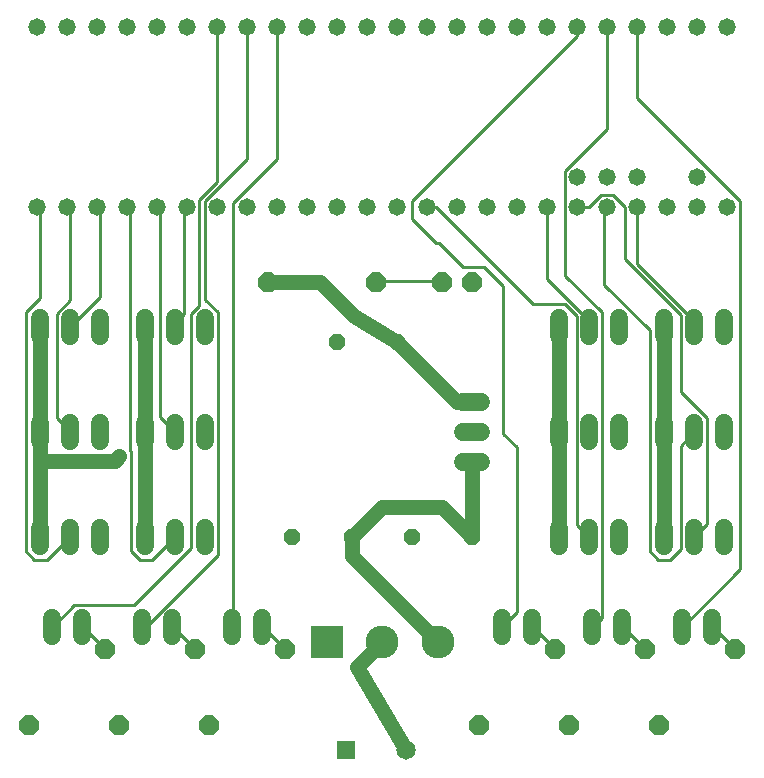
<source format=gbr>
G04 EAGLE Gerber RS-274X export*
G75*
%MOMM*%
%FSLAX34Y34*%
%LPD*%
%INTop Copper*%
%IPPOS*%
%AMOC8*
5,1,8,0,0,1.08239X$1,22.5*%
G01*
%ADD10C,1.524000*%
%ADD11C,1.473200*%
%ADD12P,1.429621X8X202.500000*%
%ADD13R,1.650000X1.650000*%
%ADD14C,1.650000*%
%ADD15P,1.814519X8X202.500000*%
%ADD16P,1.814519X8X22.500000*%
%ADD17P,1.814519X8X247.500000*%
%ADD18R,2.781300X2.781300*%
%ADD19C,2.781300*%
%ADD20C,0.254000*%
%ADD21C,1.270000*%
%ADD22C,0.756400*%


D10*
X27940Y43180D02*
X27940Y58420D01*
X53340Y58420D02*
X53340Y43180D01*
X78740Y43180D02*
X78740Y58420D01*
X556260Y58420D02*
X556260Y43180D01*
X581660Y43180D02*
X581660Y58420D01*
X607060Y58420D02*
X607060Y43180D01*
X556260Y132080D02*
X556260Y147320D01*
X581660Y147320D02*
X581660Y132080D01*
X607060Y132080D02*
X607060Y147320D01*
X556260Y220980D02*
X556260Y236220D01*
X581660Y236220D02*
X581660Y220980D01*
X607060Y220980D02*
X607060Y236220D01*
X27940Y147320D02*
X27940Y132080D01*
X53340Y132080D02*
X53340Y147320D01*
X78740Y147320D02*
X78740Y132080D01*
X27940Y220980D02*
X27940Y236220D01*
X53340Y236220D02*
X53340Y220980D01*
X78740Y220980D02*
X78740Y236220D01*
X116840Y58420D02*
X116840Y43180D01*
X142240Y43180D02*
X142240Y58420D01*
X167640Y58420D02*
X167640Y43180D01*
X116840Y132080D02*
X116840Y147320D01*
X142240Y147320D02*
X142240Y132080D01*
X167640Y132080D02*
X167640Y147320D01*
X116840Y220980D02*
X116840Y236220D01*
X142240Y236220D02*
X142240Y220980D01*
X167640Y220980D02*
X167640Y236220D01*
X467360Y58420D02*
X467360Y43180D01*
X492760Y43180D02*
X492760Y58420D01*
X518160Y58420D02*
X518160Y43180D01*
X467360Y132080D02*
X467360Y147320D01*
X492760Y147320D02*
X492760Y132080D01*
X518160Y132080D02*
X518160Y147320D01*
X467360Y220980D02*
X467360Y236220D01*
X492760Y236220D02*
X492760Y220980D01*
X518160Y220980D02*
X518160Y236220D01*
D11*
X558800Y482600D03*
X533400Y482600D03*
X508000Y482600D03*
X482600Y482600D03*
X457200Y482600D03*
X431800Y482600D03*
X406400Y482600D03*
X381000Y482600D03*
X355600Y482600D03*
X330200Y482600D03*
X304800Y482600D03*
X279400Y482600D03*
X279400Y330200D03*
X304800Y330200D03*
X330200Y330200D03*
X355600Y330200D03*
X381000Y330200D03*
X406400Y330200D03*
X431800Y330200D03*
X457200Y330200D03*
X482600Y330200D03*
X508000Y330200D03*
X533400Y330200D03*
X584200Y482600D03*
X558800Y330200D03*
X584200Y330200D03*
X609600Y482600D03*
X609600Y330200D03*
X254000Y482600D03*
X254000Y330200D03*
X228600Y482600D03*
X203200Y482600D03*
X177800Y482600D03*
X152400Y482600D03*
X127000Y482600D03*
X101600Y482600D03*
X76200Y482600D03*
X50800Y482600D03*
X25400Y482600D03*
X25400Y330200D03*
X50800Y330200D03*
X76200Y330200D03*
X101600Y330200D03*
X127000Y330200D03*
X152400Y330200D03*
X177800Y330200D03*
X203200Y330200D03*
X228600Y330200D03*
X584200Y355600D03*
X533400Y355600D03*
X508000Y355600D03*
X482600Y355600D03*
D10*
X401320Y114300D02*
X386080Y114300D01*
X386080Y139700D02*
X401320Y139700D01*
X401320Y165100D02*
X386080Y165100D01*
D12*
X393700Y50800D03*
X342900Y50800D03*
X330200Y215900D03*
X279400Y215900D03*
D13*
X287100Y-129540D03*
D14*
X337900Y-129540D03*
D15*
X312420Y266700D03*
X220980Y266700D03*
D16*
X368300Y266700D03*
X393700Y266700D03*
D10*
X38100Y-17780D02*
X38100Y-33020D01*
X63500Y-33020D02*
X63500Y-17780D01*
X114300Y-17780D02*
X114300Y-33020D01*
X139700Y-33020D02*
X139700Y-17780D01*
X190500Y-17780D02*
X190500Y-33020D01*
X215900Y-33020D02*
X215900Y-17780D01*
X419100Y-17780D02*
X419100Y-33020D01*
X444500Y-33020D02*
X444500Y-17780D01*
X495300Y-17780D02*
X495300Y-33020D01*
X520700Y-33020D02*
X520700Y-17780D01*
X571500Y-17780D02*
X571500Y-33020D01*
X596900Y-33020D02*
X596900Y-17780D01*
D17*
X83129Y-43871D03*
X18471Y-108529D03*
X159329Y-43871D03*
X94671Y-108529D03*
X235529Y-43871D03*
X170871Y-108529D03*
X464129Y-43871D03*
X399471Y-108529D03*
X540329Y-43871D03*
X475671Y-108529D03*
X616529Y-43871D03*
X551871Y-108529D03*
D18*
X270510Y-38100D03*
D19*
X317500Y-38100D03*
X364490Y-38100D03*
D12*
X292100Y50800D03*
X241300Y50800D03*
D20*
X355600Y330200D02*
X363220Y330200D01*
X445516Y247904D01*
X471932Y247904D01*
X482092Y237744D01*
X482092Y60960D01*
X492252Y50800D01*
X492760Y50800D01*
X457200Y268732D02*
X457200Y330200D01*
X457200Y268732D02*
X492252Y233680D01*
X492252Y228600D01*
X492760Y228600D01*
X492760Y330200D02*
X482600Y330200D01*
X492760Y330200D02*
X502920Y340360D01*
X513080Y340360D01*
X523240Y330200D01*
X523240Y286004D01*
X570484Y238760D01*
X570484Y173736D01*
X592836Y151384D01*
X592836Y61976D01*
X581660Y50800D01*
X505460Y327660D02*
X508000Y330200D01*
X505460Y327660D02*
X505460Y264160D01*
X544068Y225552D01*
X544068Y38608D01*
X551180Y31496D01*
X561340Y31496D01*
X570484Y40640D01*
X570484Y128016D01*
X581660Y139192D01*
X581660Y139700D01*
X533400Y281940D02*
X533400Y330200D01*
X533400Y281940D02*
X581660Y233680D01*
X581660Y228600D01*
X27940Y327660D02*
X25400Y330200D01*
X27940Y327660D02*
X27940Y252984D01*
X15748Y240792D01*
X15748Y38608D01*
X22860Y31496D01*
X34036Y31496D01*
X53340Y50800D01*
X53340Y327660D02*
X50800Y330200D01*
X53340Y327660D02*
X53340Y250952D01*
X42164Y239776D01*
X42164Y151384D01*
X53340Y140208D01*
X53340Y139700D01*
X78740Y327660D02*
X76200Y330200D01*
X78740Y327660D02*
X78740Y254000D01*
X53340Y228600D01*
X104140Y327660D02*
X104140Y123952D01*
X104140Y327660D02*
X101600Y330200D01*
X104140Y123952D02*
X105156Y122936D01*
X105156Y38608D01*
X112268Y31496D01*
X122428Y31496D01*
X141732Y50800D01*
X142240Y50800D01*
X129540Y327660D02*
X127000Y330200D01*
X129540Y327660D02*
X129540Y152400D01*
X142240Y139700D01*
X149860Y239776D02*
X149860Y327660D01*
X152400Y330200D01*
X149860Y239776D02*
X142748Y232664D01*
X142748Y228600D01*
X142240Y228600D01*
D21*
X381000Y165100D02*
X393700Y165100D01*
X381000Y165100D02*
X330200Y215900D01*
X27940Y114808D02*
X27940Y50800D01*
X27940Y114808D02*
X27940Y139700D01*
X27940Y228600D01*
X116840Y228600D02*
X116840Y139700D01*
X116840Y50800D01*
X467360Y50800D02*
X467360Y139700D01*
X467360Y228600D01*
X556260Y228600D02*
X556260Y139700D01*
X556260Y50800D01*
X90932Y114808D02*
X27940Y114808D01*
X90932Y114808D02*
X94996Y118872D01*
X221488Y266192D02*
X265176Y266192D01*
X293370Y237998D01*
X221488Y266192D02*
X220980Y266700D01*
X293370Y237998D02*
X330200Y215900D01*
D22*
X94996Y118872D03*
D21*
X393700Y114300D02*
X393700Y50800D01*
X364490Y-38100D02*
X292100Y34290D01*
X292100Y50800D01*
X317500Y76200D02*
X368300Y76200D01*
X393700Y50800D01*
X317500Y76200D02*
X292100Y50800D01*
D20*
X312928Y267208D02*
X367792Y267208D01*
X312928Y267208D02*
X312420Y266700D01*
X367792Y267208D02*
X368300Y266700D01*
X64008Y-25400D02*
X82296Y-43688D01*
X64008Y-25400D02*
X63500Y-25400D01*
X82296Y-43688D02*
X83129Y-43871D01*
X216408Y-25400D02*
X234696Y-43688D01*
X216408Y-25400D02*
X215900Y-25400D01*
X234696Y-43688D02*
X235529Y-43871D01*
X158496Y-43688D02*
X140208Y-25400D01*
X139700Y-25400D01*
X158496Y-43688D02*
X159329Y-43871D01*
X445008Y-25400D02*
X463296Y-43688D01*
X445008Y-25400D02*
X444500Y-25400D01*
X463296Y-43688D02*
X464129Y-43871D01*
X521208Y-25400D02*
X539496Y-43688D01*
X521208Y-25400D02*
X520700Y-25400D01*
X539496Y-43688D02*
X540329Y-43871D01*
X596900Y-25400D02*
X598058Y-25400D01*
X616529Y-43871D01*
X177800Y351536D02*
X177800Y482600D01*
X177800Y351536D02*
X162560Y336296D01*
X162560Y246380D01*
X155448Y239268D01*
X155448Y41148D01*
X107188Y-7112D01*
X56896Y-7112D01*
X38608Y-25400D01*
X38100Y-25400D01*
X203200Y370840D02*
X203200Y482600D01*
X203200Y370840D02*
X167640Y335280D01*
X167640Y251460D01*
X178308Y240792D01*
X178308Y35560D01*
X117348Y-25400D01*
X114300Y-25400D01*
X228600Y370840D02*
X228600Y482600D01*
X228600Y370840D02*
X191008Y333248D01*
X191008Y-25400D01*
X190500Y-25400D01*
X482600Y474980D02*
X482600Y482600D01*
X482600Y474980D02*
X342900Y335280D01*
X420116Y137668D02*
X431292Y126492D01*
X431292Y-13208D01*
X419100Y-25400D01*
X386080Y279400D02*
X365760Y299720D01*
X386080Y279400D02*
X403860Y279400D01*
X420116Y263144D01*
X420116Y137668D01*
X342900Y320040D02*
X342900Y335280D01*
X342900Y320040D02*
X363220Y299720D01*
X365760Y299720D01*
X508000Y396240D02*
X508000Y482600D01*
X508000Y396240D02*
X472440Y360680D01*
X472440Y271780D01*
X503428Y240792D01*
X503428Y-17780D01*
X495808Y-25400D01*
X495300Y-25400D01*
X533400Y422656D02*
X533400Y482600D01*
X533400Y422656D02*
X620776Y335280D01*
X620776Y23368D01*
X572008Y-25400D01*
X571500Y-25400D01*
D21*
X337900Y-129540D02*
X296413Y-59187D01*
X317500Y-38100D01*
M02*

</source>
